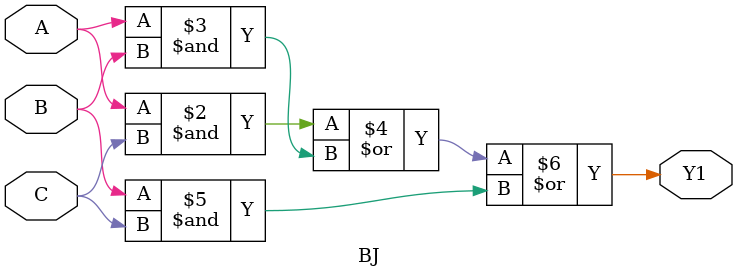
<source format=v>
module BJ(
    input wire A,B,C,
    output reg Y1 );

always @(*) begin
    
     Y1 = (A&C)|(A&B)|(B&C);

end

endmodule
</source>
